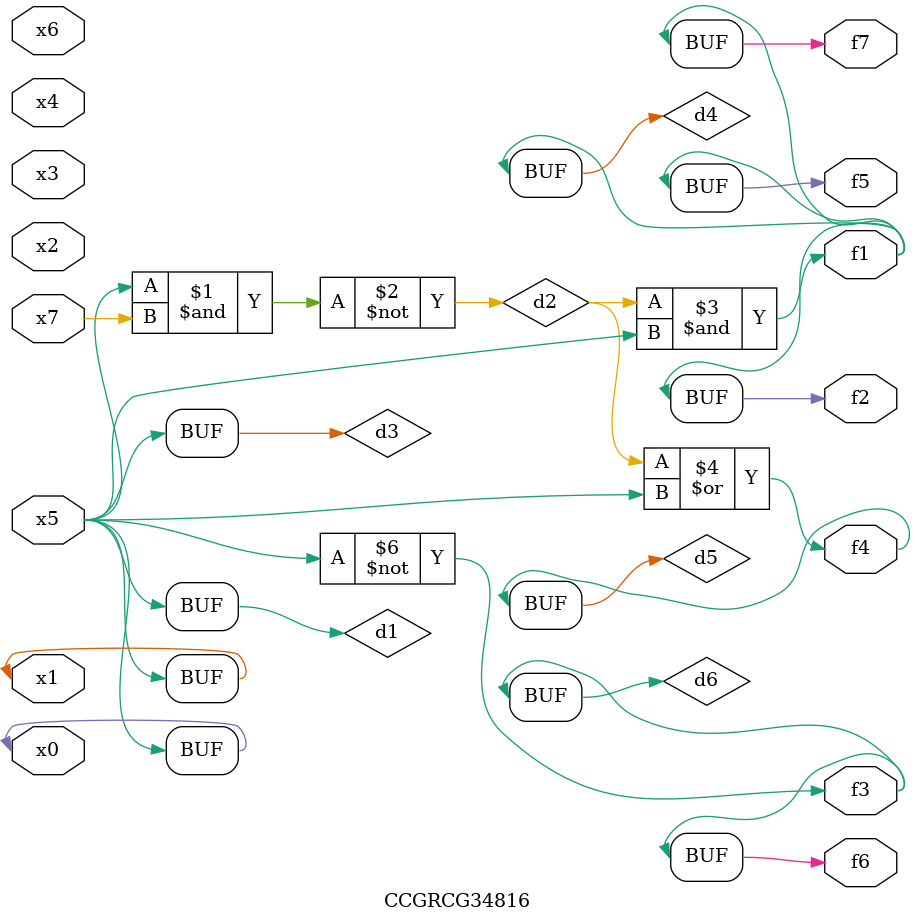
<source format=v>
module CCGRCG34816(
	input x0, x1, x2, x3, x4, x5, x6, x7,
	output f1, f2, f3, f4, f5, f6, f7
);

	wire d1, d2, d3, d4, d5, d6;

	buf (d1, x0, x5);
	nand (d2, x5, x7);
	buf (d3, x0, x1);
	and (d4, d2, d3);
	or (d5, d2, d3);
	nor (d6, d1, d3);
	assign f1 = d4;
	assign f2 = d4;
	assign f3 = d6;
	assign f4 = d5;
	assign f5 = d4;
	assign f6 = d6;
	assign f7 = d4;
endmodule

</source>
